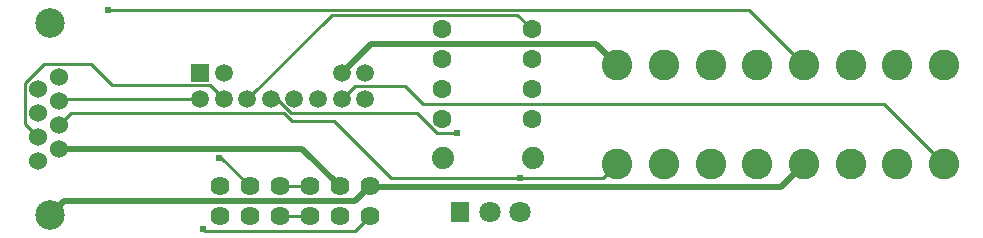
<source format=gtl>
G04 Layer: TopLayer*
G04 EasyEDA v6.4.0, 2020-07-27T12:46:18--4:00*
G04 2e079c731a7a4ad983510c8d2f636924,10*
G04 Gerber Generator version 0.2*
G04 Scale: 100 percent, Rotated: No, Reflected: No *
G04 Dimensions in inches *
G04 leading zeros omitted , absolute positions ,2 integer and 4 decimal *
%FSLAX24Y24*%
%MOIN*%
G90*
G70D02*

%ADD10C,0.010000*%
%ADD11C,0.020000*%
%ADD12C,0.024000*%
%ADD13C,0.098425*%
%ADD14C,0.060000*%
%ADD15C,0.070866*%
%ADD16R,0.062000X0.070866*%
%ADD17C,0.102400*%
%ADD18C,0.074000*%
%ADD19C,0.059055*%
%ADD20R,0.059055X0.059055*%
%ADD21C,0.063937*%
%ADD22C,0.062992*%

%LPD*%
G54D10*
G01X32444Y2344D02*
G01X30439Y4350D01*
G01X15063Y4350D01*
G01X14463Y4950D01*
G01X12802Y4950D01*
G01X12368Y4517D01*
G01X32444Y2344D02*
G01X30439Y4350D01*
G01X15063Y4350D01*
G01X14463Y4950D01*
G01X12802Y4950D01*
G01X12368Y4517D01*
G54D11*
G01X27775Y2344D02*
G01X27010Y1580D01*
G01X13318Y1580D01*
G01X13300Y1600D01*
G01X13300Y1600D02*
G01X12810Y1109D01*
G01X3111Y1109D01*
G01X2651Y648D01*
G54D10*
G01X27775Y5655D02*
G01X25931Y7498D01*
G01X4575Y7498D01*
G01X18700Y6850D02*
G01X18223Y7326D01*
G01X12027Y7326D01*
G01X9218Y4517D01*
G01X7643Y4517D02*
G01X3015Y4517D01*
G01X2950Y4451D01*
G01X18310Y1871D02*
G01X14017Y1871D01*
G01X12106Y3782D01*
G01X10710Y3782D01*
G01X10451Y4040D01*
G01X3342Y4040D01*
G01X2950Y3648D01*
G01X21555Y2344D02*
G01X21081Y1871D01*
G01X18310Y1871D01*
G01X8431Y4517D02*
G01X7981Y4967D01*
G01X4723Y4967D01*
G01X3996Y5696D01*
G01X2440Y5696D01*
G01X1807Y5063D01*
G01X1807Y3690D01*
G01X2250Y3248D01*
G01X16215Y3388D02*
G01X15531Y3388D01*
G01X14878Y4040D01*
G01X10677Y4040D01*
G01X10202Y4517D01*
G01X10006Y4517D01*
G54D11*
G01X2950Y2846D02*
G01X11053Y2846D01*
G01X12300Y1600D01*
G01X21555Y5655D02*
G01X20860Y6350D01*
G01X13335Y6350D01*
G01X12368Y5382D01*
G54D10*
G01X9300Y1600D02*
G01X8357Y2542D01*
G01X8268Y2542D01*
G01X13300Y600D02*
G01X12821Y121D01*
G01X7821Y121D01*
G01X7744Y196D01*
G01X10300Y1600D02*
G01X11300Y1600D01*
G01X10300Y600D02*
G01X11300Y600D01*
G54D13*
G01X2651Y649D03*
G01X2651Y7050D03*
G54D14*
G01X2950Y5255D03*
G01X2249Y4853D03*
G01X2950Y4452D03*
G01X2249Y4050D03*
G01X2950Y3649D03*
G01X2249Y3247D03*
G01X2950Y2846D03*
G01X2249Y2444D03*
G54D15*
G01X18300Y750D03*
G01X17300Y750D03*
G54D16*
G01X16300Y750D03*
G54D17*
G01X21555Y2344D03*
G01X23114Y2344D03*
G01X24664Y2344D03*
G01X26225Y2344D03*
G01X27775Y2344D03*
G01X29335Y2344D03*
G01X30885Y2344D03*
G01X32444Y2344D03*
G01X21555Y5655D03*
G01X23114Y5655D03*
G01X24664Y5655D03*
G01X26225Y5655D03*
G01X27775Y5655D03*
G01X29335Y5655D03*
G01X30885Y5655D03*
G01X32444Y5655D03*
G54D18*
G01X15750Y2550D03*
G01X18750Y2550D03*
G54D19*
G01X13155Y4516D03*
G01X12368Y4516D03*
G01X11580Y4516D03*
G01X10793Y4516D03*
G01X10005Y4516D03*
G01X9218Y4516D03*
G01X8431Y4516D03*
G01X7643Y4516D03*
G54D20*
G01X7644Y5383D03*
G54D19*
G01X8431Y5383D03*
G01X12368Y5383D03*
G01X13156Y5383D03*
G54D21*
G01X13300Y1600D03*
G01X13300Y600D03*
G01X12300Y1600D03*
G01X12300Y600D03*
G01X11300Y1600D03*
G01X11300Y600D03*
G01X10300Y1600D03*
G01X10300Y600D03*
G01X9300Y1600D03*
G01X9300Y600D03*
G01X8300Y1600D03*
G01X8300Y600D03*
G54D22*
G01X15700Y6850D03*
G01X15700Y5850D03*
G01X15700Y4850D03*
G01X15700Y3850D03*
G01X18700Y3850D03*
G01X18700Y4850D03*
G01X18700Y5850D03*
G01X18700Y6850D03*
G54D12*
G01X7744Y196D03*
G01X8268Y2542D03*
G01X16215Y3388D03*
G01X18310Y1871D03*
G01X4575Y7498D03*
M00*
M02*

</source>
